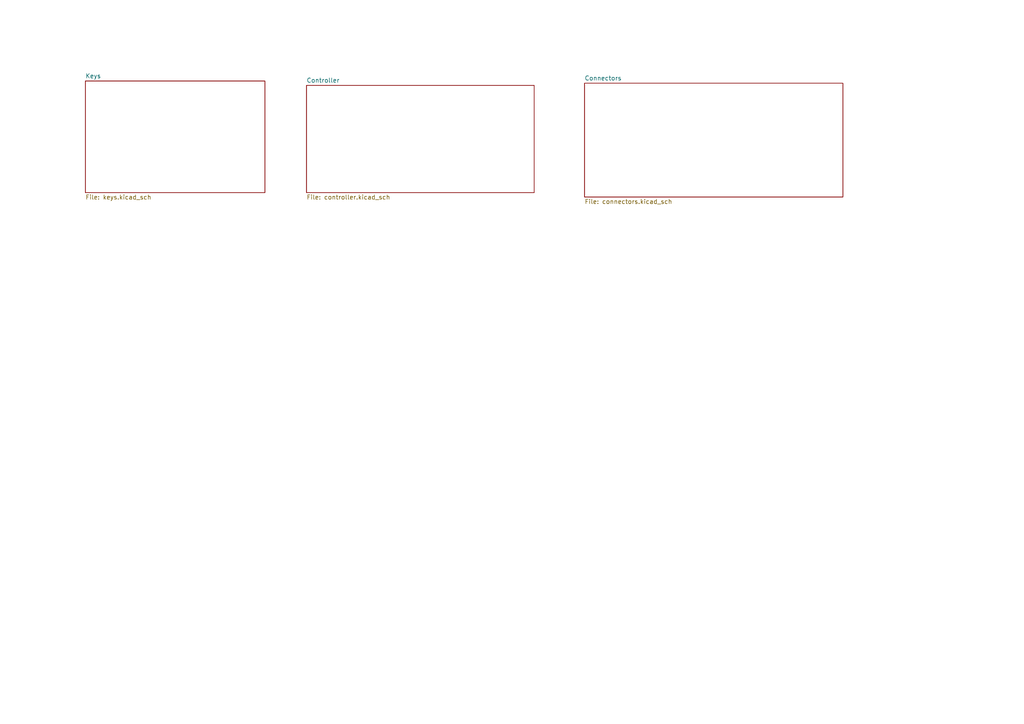
<source format=kicad_sch>
(kicad_sch (version 20230121) (generator eeschema)
  (paper "A4")
  (lib_symbols)
  (sheet (at 169.545 24.13) (size 74.93 33.02) (stroke (width 0.1524))
    (property "Sheetname" "Connectors" (at 169.545 23.4184 0) (effects (justify left bottom)))
    (property "Sheetfile" "connectors.kicad_sch" (at 169.545 57.7346 0) (effects (justify left top)))
  )
  (sheet (at 24.765 23.495) (size 52.07 32.385) (stroke (width 0.1524))
    (property "Sheetname" "Keys" (at 24.765 22.7834 0) (effects (justify left bottom)))
    (property "Sheetfile" "keys.kicad_sch" (at 24.765 56.4646 0) (effects (justify left top)))
  )
  (sheet (at 88.9 24.765) (size 66.04 31.115) (stroke (width 0.1524))
    (property "Sheetname" "Controller" (at 88.9 24.0534 0) (effects (justify left bottom)))
    (property "Sheetfile" "controller.kicad_sch" (at 88.9 56.4646 0) (effects (justify left top)))
  )
)
</source>
